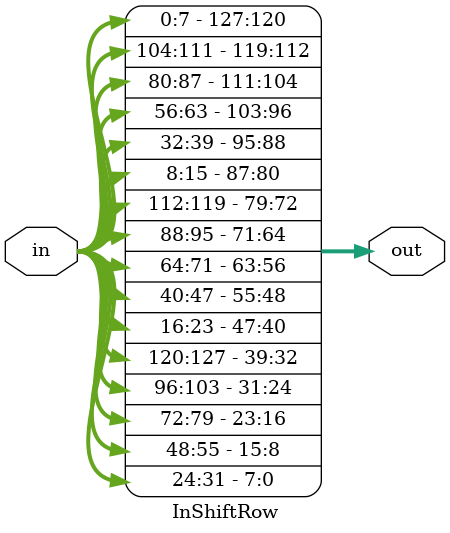
<source format=v>
module InShiftRow(in,out);
input wire [0:127] in;
output wire [0:127] out;

assign out[0:7]=in[0:7];
assign out[32:39]=in[32:39];
assign out[64:71]=in[64:71];
assign out[96:103]=in[96:103];
/////////////////////////////////
assign out[8:15]=in[104:111];
assign out[40:47]=in[8:15];
assign out[72:79]=in[40:47];
assign out[104:111]=in[72:79];
///////////////////////////////
assign out[16:23]=in[80:87];
assign out[48:55]=in[112:119];
assign out[80:87]=in[16:23];
assign out[112:119]=in[48:55];
///////////////////////////////
assign out[24:31]=in[56:63];
assign out[56:63]=in[88:95];
assign out[88:95]=in[120:127];
assign out[120:127]=in[24:31];
endmodule 

</source>
